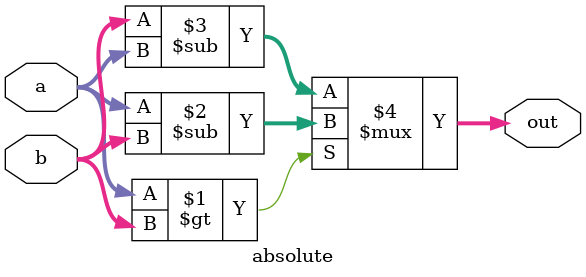
<source format=v>
module absolute (a,b,out);
	input [7:0] a,b;
	output [7:0] out;
	assign out = (a > b)? (a - b):(b - a);
endmodule
</source>
